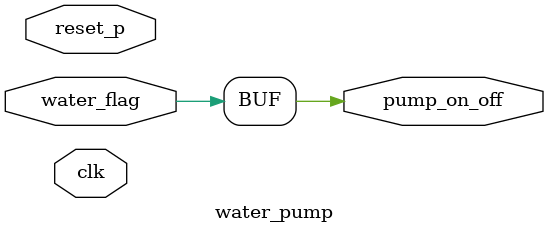
<source format=v>
`timescale 1ns / 1ps

// Top moudle of Smarr Farm
module top_module_of_smart_farm (
    input clk, reset_p,
    input [3:0] btn,
    input [15:0] sw,
    inout dht11_data,
    input vauxp6, vauxn6,
    input vauxp15, vauxn15,
    input hc_sr04_echo,
    input rx,
    output tx,
    output hc_sr04_trig,
    output left_window_pwm, right_window_pwm,
    output fan_pwm,
    output fan_dir_pwm,
    output led_pwm,
    output warning_water_level_led,
    output pump_on_off,
    output [3:0] half_step_mode_sequence,
    output scl, sda,
    output [3:0] com,
    output [7:0] seg_7);
    
    // Button Control module
    wire btn_led_light, btn_window_mode, btn_electric_fan_power;
    button_cntr btn0(.clk(clk), .reset_p(reset_p), .btn(btn[0]), .btn_pedge(btn_led_light));
    button_cntr btn1(.clk(clk), .reset_p(reset_p), .btn(btn[1]), .btn_pedge(btn_window_mode));
    button_cntr btn2(.clk(clk), .reset_p(reset_p), .btn(btn[2]), .btn_pedge(btn_electric_fan_power));
    
    // Declare Switch
    wire sw_led_up, sw_led_down, sw_window_open, sw_window_close, sw_cntr_electirc_fan_dir, sw_electric_fan_mode;
    wire sw_led_mode, sw_led_height_mode;
    assign sw_led_height_mode = sw[0];
    assign sw_led_up = sw[1];
    assign sw_led_down = sw[2];
    assign sw_window_open = sw[6];
    assign sw_window_close = sw[7];
    assign sw_led_mode = sw[10];
    assign sw_cntr_electirc_fan_dir = sw[11];
    assign sw_electric_fan_mode = sw[15];
    
    // Declare sensor variables.
    wire [15:0] dht11_value;
    wire [7:0] sunlight_value;
    wire water_flag;
    wire led_up_down;
    wire [21:0] distance_cm;
    
    // Instance of sensor module
    dht11_control dht11_control_instance (.clk(clk), .reset_p(reset_p), .dht11_data(dht11_data), .dht11_value(dht11_value));
    cds_and_water_level_control cds_and_water_level_control_instance (.clk(clk), .reset_p(reset_p), .vauxp6(vauxp6), .vauxn6(vauxn6), .vauxp15(vauxp15), .vauxn15(vauxn15), .water_flag(water_flag), .sunlight_value(sunlight_value) );
    HC_SR04_cntr HC_SR04_cntr_0(.clk(clk), .reset_p(reset_p), .hc_sr04_echo(hc_sr04_echo), .hc_sr04_trig(hc_sr04_trig), .distance(distance_cm),  .led_debug(led_debug)); 
    
    // Instance of Control module
    window_control window_control_instance (.clk(clk), .reset_p(reset_p), .dht11_value(dht11_value), .sw_window_open(sw_window_open), .sw_window_close(sw_window_close), .btn_window_control(btn_window_mode), .left_window_pwm(left_window_pwm), .right_window_pwm(right_window_pwm));
    electric_fan_control electric_fan_control_instance (.clk(clk), .reset_p(reset_p), .sw_cntr_electirc_fan_dir(sw_cntr_electirc_fan_dir), .sw_electric_fan_mode(sw_electric_fan_mode), .dht11_value(dht11_value), .btn_electric_fan_power(btn_electric_fan_power), .fan_pwm(fan_pwm), .fan_dir_pwm(fan_dir_pwm));
    led_control led_control_instance (.clk(clk), .reset_p(reset_p), .sw_led_mode(sw_led_mode), .btn_led_light(btn_led_light), .water_flag(water_flag), .sunlight_value(sunlight_value), .led_pwm(led_pwm), .warning_water_level_led(warning_water_level_led));
    water_pump water_pump_instance (.clk(clk), .reset_p(reset_p), .water_flag(water_flag), .pump_on_off(pump_on_off));  
    led_height_control led_height_control_instance ( .clk(clk), .reset_p(reset_p), .sw_led_height_mode(sw_led_height_mode), .distance_cm(distance_cm),
                        .sw_led_up(sw_led_up), .sw_led_down(sw_led_down), .half_step_mode_sequence(half_step_mode_sequence));
    
    // Instance of a module that displays temperature and humidity information      
    lcd_display_control lcd_display_control_instance (.clk(clk), .reset_p(reset_p), .dht11_value(dht11_value), .sunlight_value(sunlight_value), .water_flag(water_flag), .scl(scl), .sda(sda));
    uart_app_control uart_app_control_instance (.clk(clk), .reset_p(reset_p), .rx(rx), .dht11_value(dht11_value), .tx(tx));
    
    // Show temperature, humidity to FND
    show_the_fnd show_the_fnd_instance(.clk(clk), .reset_p(reset_p), .hex_value(dht11_value), .sunlight_value(sunlight_value), .com(com), .seg_7(seg_7), .distance_cm(distance_cm));
    
    
endmodule

///////////////////////////////////////////////////////////////////////////////
///////////////////////////////////////////////////////////////////////////////
////////////////////////        temp Module        ////////////////////////////
///////////////////////////////////////////////////////////////////////////////
///////////////////////////////////////////////////////////////////////////////

module show_the_fnd (
    input clk, reset_p,
    input [15:0] hex_value,
    input [7:0] sunlight_value,
    input [21:0] distance_cm,
    output [3:0] com,
    output [7:0] seg_7);
    
    // Convert from binary to BCD Code
    // ÀÌÁø¼ö·Î Ç¥ÇöµÈ µ¥ÀÌÅÍ¸¦ BCD ÄÚµå·Î º¯È¯ÇÑ´Ù.
    wire [11:0] temperature_bcd, humidity_bcd;
    bin_to_dec bcd_temp(.bin({4'b0, hex_value[15:8]}),  .bcd(temperature_bcd));
    bin_to_dec bcd_humi(.bin({4'b0, hex_value[7:0]}),  .bcd(humidity_bcd));
    
    // FND Control module
    fnd_cntr fnd_cntr_instance (.clk(clk), .reset_p(reset_p), .value({temperature_bcd[7:0], humidity_bcd[7:0]}), .com(com), .seg_7(seg_7));
    
endmodule


//////////////////////////////////////////////////////////////////////////////////
//////////////////////////////////////////////////////////////////////////////////
////////////////////////        Senseor Module        ////////////////////////////
//////////////////////////////////////////////////////////////////////////////////
//////////////////////////////////////////////////////////////////////////////////


// hc_sr04_control 
module hc_sr04_control (
    input clk, reset_p, 
    input hc_sr04_echo,
    output hc_sr04_trig,
    output [7:0] distance_between_plant_and_led );
    
    // Instance of HC_SR04 Control module
    HC_SR04_cntr HC_SR04_cntr_1 (.clk(clk), .reset_p(reset_p), .hc_sr04_echo(hc_sr04_echo), .hc_sr04_trig(hc_sr04_trig), .distance(distance_between_plant_and_led)); 
endmodule




// DHT11 Control module
module dht11_control(
    input clk, reset_p, 
    inout dht11_data,
    output [15:0] dht11_value);

    wire [7:0] humidity, temperature; 
    dht11_cntrl dth11( .clk(clk), .reset_p(reset_p), .dht11_data(dht11_data), .humidity(humidity), .temperature(temperature), .led_debug(led_debug));

    assign dht11_value = {temperature[7:0], humidity[7:0]};

endmodule



// cds_and_water_level_control module
module cds_and_water_level_control (
    input clk, reset_p,
    input vauxp6, vauxn6,
    input vauxp15, vauxn15,
    output reg water_flag,
    output reg [7:0] sunlight_value );
    
     wire [4:0] channel_out;
     wire [16:0] do_out;
     wire eoc_out;

     // ADC Module instance
       xadc_wiz_10 xadc_cds (
        .daddr_in({2'b0, channel_out}),
        .dclk_in(clk),
        .den_in(eoc_out),
        .reset_in(reset_p),
        .vauxp6(vauxp6),
        .vauxn6(vauxn6),
        .vauxp15(vauxp15),
        .vauxn15(vauxn15),
        .channel_out(channel_out),
        .do_out(do_out),
        .eoc_out(eoc_out)
    );
    
    // Get positive edge of eoc_out.
    wire eoc_out_pedge;
    edge_detector_p ed_eoc_out_cds(.clk(clk), .reset_p(reset_p), .cp(eoc_out), .p_edge(eoc_out_pedge));
    
    // Channel_out º¯¼ö °ª¿¡ µû¶ó º¯È¯µÈ ChannelÀÌ ¹«¾ùÀÎÁö¸¦ È®ÀÎ ÈÄ, ÇØ´ç °ªÀ» Ãâ·Â
    // do_out °ªÀÌ 100¹Ì¸¸ ÀÌ¸é ¹°ÀÌ ºÎÁ·ÇÑ »óÅÂ ----> 1
    // do_out °ªÀÌ 100ÀÌ»ó ÀÌ¸é ¹°ÀÌ ÃæºÐÇÑ »óÅÂ ----> 0  
    always @(posedge clk or posedge reset_p) begin
        if(reset_p) begin
            sunlight_value = 0;
            water_flag = 0;
        end
        else if(eoc_out_pedge) begin
            case(channel_out[3:0])
                6 : begin sunlight_value = do_out[15:8]; end
                15 : begin water_flag  = (do_out[15:9]<100) ? 1 : 0; end
            endcase
        end
    end
     
endmodule

//////////////////////////////////////////////////////////////////////////////////
//////////////////////////////////////////////////////////////////////////////////
////////////////////////        Control Module        ////////////////////////////
//////////////////////////////////////////////////////////////////////////////////
//////////////////////////////////////////////////////////////////////////////////



// Window control module
module window_control (
    input clk, reset_p,
    input [15:0] dht11_value,
    input sw_window_open,
    input sw_window_close,
    input btn_window_control,
    output left_window_pwm, right_window_pwm);
    
    // Declare temperature, humidity 
    wire [7:0] temperature, humidity;
    assign temperature = dht11_value [15:8];
    assign humidity = dht11_value [7:0];
    
    // Declare state machine.
    parameter S_MANUAL_MODE = 2'b01;
    parameter S_AUTO_MODE = 2'b10;
    
    // Declare state, next state variables
    reg [1:0] state, next_state;
    
    // ¾ðÁ¦ ´ÙÀ½ »óÅÂ ´Ü°è·Î ÀüÀÌµÇ´Â°¡?
    always @(posedge clk or posedge reset_p) begin
        if(reset_p) state = S_MANUAL_MODE;
        else if(btn_window_control) state = next_state;
    end
    
    // Declare duty of window
    // right_min_duty == Window Open, right_max_duty == Window Close
    // left_min_duty == Window Close, left_max_duty == Window Open
    reg [5:0] left_duty, right_duty;
    reg [5:0] right_min_duty, right_max_duty;
    reg [5:0] left_min_duty, left_max_duty;

    // 1msec Clock Pulse
    wire clk_usec, clk_msec;
    clock_div_100 usec_clk(.clk(clk), .reset_p(reset_p), .clk_div_100(clk_usec));
    clock_div_1000 msec_clk(.clk(clk), .reset_p(reset_p), 
        .clk_source(clk_usec), .clk_div_1000(clk_msec));
    
    // °¢ »óÅÂ ´Ü°èÀÇ µ¿ÀÛ ¹× ´ÙÀ½ »óÅÂ ÀüÀÌ Á¶°Ç Á¤ÀÇ
    always @(negedge clk or posedge reset_p) begin
        if(reset_p) begin
           next_state =  S_MANUAL_MODE;
           right_duty = right_max_duty;
           left_duty = left_min_duty;
              
           right_max_duty = 6'd18;
           right_min_duty = 6'd5;
           
           left_max_duty = 6'd25;
           left_min_duty = 6'd11;
        end
        else if(clk_msec) begin
            case (state) 
                // 1´Ü°è) ¼öµ¿ Á¶ÀÛ ´Ü°è
                S_MANUAL_MODE: begin
                    if(sw_window_open) begin
                        if(right_duty > right_min_duty) right_duty = right_duty - 1;
                        if(left_duty < left_max_duty) left_duty = left_duty + 1;
                    end
                    else if(sw_window_close) begin
                        if(right_duty < right_max_duty) right_duty = right_duty + 1;
                        if(left_duty > left_min_duty) left_duty = left_duty - 1;
                    end 
                    
                    next_state = S_AUTO_MODE;        
                end
                
                // 2´Ü°è) ÀÚµ¿ Á¶ÀÛ ´Ü°è
                 S_AUTO_MODE : begin
                    if(temperature < 8'd27) begin
                        right_duty = right_max_duty;
                        left_duty = left_min_duty;
                    end
                    else begin 
                        right_duty = right_min_duty;
                        left_duty = left_max_duty;
                    end
                    
                    next_state = S_MANUAL_MODE;
                 end   
            endcase 
        end
    end
    
    // Instance of pwm_control module
    pwm_Nstep_freq #(
    .duty_step(200),
    .pwm_freq(50)) 
    pwm_right_servo_motor (.clk(clk), .reset_p(reset_p), .duty(right_duty), .pwm(right_window_pwm));
    
    pwm_Nstep_freq #(
    .duty_step(200),
    .pwm_freq(50)) 
    pwm_left_servo_motor (.clk(clk), .reset_p(reset_p), .duty(left_duty), .pwm(left_window_pwm));
    
endmodule



// Electric Fan Control
module electric_fan_control (
    input clk, reset_p,
    input sw_cntr_electirc_fan_dir,
    input sw_electric_fan_mode,
    input btn_electric_fan_power,
    input [15:0] dht11_value,
    output fan_pwm, fan_dir_pwm );
    
    // Declare state machine
    parameter S_MANUAL_MODE = 2'b01;
    parameter S_AUTO_MODE = 2'b10;
    
    // Declare state, next state
    reg [1:0] power_state;
    
    // ¾ðÁ¦ ´ÙÀ½ »óÅÂ·Î ³Ñ¾î°¡´Â°¡?
    always @(posedge clk or posedge reset_p) begin
        if(reset_p) power_state = S_MANUAL_MODE; 
        else if(sw_electric_fan_mode) power_state = S_AUTO_MODE;
        else if(!sw_electric_fan_mode) power_state = S_MANUAL_MODE;
    end
    
    // Register duty of electirc fan.
    reg [1:0] fan_manual_duty, fan_auto_duty;   
    
    
    // Declare temperature, humidity 
    wire [7:0] temperature, humidity;
    assign temperature = dht11_value [15:8];
    assign humidity = dht11_value [7:0];
    
    // °¢ »óÅÂÀÇ µ¿ÀÛ ¹× ´ÙÀ½ »óÅÂ ´Ü°è·Î ÀüÀÌµÇ±â À§ÇÑ Á¶°Ç Á¤ÀÇ
    always @(negedge clk or posedge reset_p) begin
        if(reset_p) begin
            fan_manual_duty = 0;
            fan_auto_duty = 0;
        end
        else begin
            case(power_state)
                S_MANUAL_MODE : begin
                    if(btn_electric_fan_power) begin
                        if(fan_manual_duty >= 3) fan_manual_duty = 0;
                        else fan_manual_duty = fan_manual_duty + 1;
                    end
                end
                
                S_AUTO_MODE : begin
                    if(temperature < 27) fan_auto_duty = 0;
                    else if(27 <= temperature && temperature < 29) fan_auto_duty = 1;
                    else if(29 <= temperature && temperature <= 31) fan_auto_duty = 2;
                    else if(temperature > 31) fan_auto_duty = 3;
                end
           endcase        
        end
    end
    
    // Select duty of electric fan
    wire [1:0] duty;
    assign duty = (power_state == S_MANUAL_MODE) ? fan_manual_duty : fan_auto_duty;
    
    // Get pwm of electric fan
    pwm_cntr #(.pwm_freq(100), .duty_step(4)) control_power_pwm (.clk(clk), .reset_p(reset_p), .duty(duty), .pwm(fan_pwm));
  
    
    
    
    // Declare State Machine
    parameter S_SERVO_STOP = 2'b01;
    parameter S_SERVO_START = 2'b10;
    
    // Declcare state variable
    reg [1:0] dir_state;
    
    // clock divider 1sec
    wire clk_1usec, clk_1msec, clk_1sec;
    clock_div_100   usec_clk( .clk(clk), .reset_p(reset_p), .clk_div_100(clk_1usec)); 
    clock_div_1000 msec_clk(.clk(clk), .reset_p(reset_p), .clk_source(clk_1usec), .clk_div_1000_nedge(clk_1msec));
    clock_div_1000 sec_clk(.clk(clk), .reset_p(reset_p), .clk_source(clk_1msec), .clk_div_1000_nedge(clk_1sec));
    
    // Declare necessary variables
    reg [4:0] dir_duty;
    reg [4:0] dir_min_duty;
    reg [4:0] dir_max_duty;
    reg direction_of_fan; // direction_of_fan == 0 ÀÌ¸é °¨¼Ò, direction_of_fan == 1 ÀÌ¸é Áõ°¡
    
    // ¾ðÁ¦ ´ÙÀ½ state·Î ÀüÀÌµÇ´Â°¡>
    always @(posedge clk or posedge reset_p) begin
        if(reset_p) dir_state = S_SERVO_STOP;
        else if(sw_cntr_electirc_fan_dir) dir_state = S_SERVO_START;
        else if(!sw_cntr_electirc_fan_dir) dir_state = S_SERVO_STOP;
    end
  
    always @(negedge clk or posedge reset_p) begin
        if(reset_p) begin
            dir_min_duty = 5'd8;
            dir_max_duty = 5'd22;
            dir_duty = 5'd15;
            direction_of_fan = 0;
        end
        else if(clk_1sec) begin
            case(dir_state)
                S_SERVO_STOP : begin
                    dir_duty = dir_duty;
                end
            
                S_SERVO_START : begin
                    if(direction_of_fan) begin
                        if(dir_duty == dir_max_duty) begin
                            dir_duty = dir_duty - 1;
                            direction_of_fan = ~ direction_of_fan;
                        end
                        else dir_duty = dir_duty + 1;
                    end
                    else begin
                        if(dir_duty == dir_min_duty) begin
                            dir_duty = dir_duty + 1;
                            direction_of_fan = ~ direction_of_fan;
                        end
                        else dir_duty = dir_duty - 1;
                    end
                end
            endcase
        end
    end
  
    // Get pwm of servo-motor
    pwm_cntr #(.pwm_freq(50), .duty_step(200)) control_servo_pwm (.clk(clk), .reset_p(reset_p), .duty(dir_duty), .pwm(fan_dir_pwm));

endmodule




// LED Control module
module led_control (
    input clk, reset_p,
    input sw_led_mode,
    input btn_led_light,
    input water_flag,
    input [7:0] sunlight_value,
    output led_pwm, warning_water_level_led );
    
    // Warning Water Level LED
    assign warning_water_level_led = water_flag;
    
    // Main LED Control
    // Declare state machine
    parameter S_MANUAL_MODE = 2'b01;
    parameter S_AUTO_MODE = 2'B10;
    
    // Declare state variable
    reg [1:0] state;
    
    // Declare duty variabels
    wire [2:0] led_duty;
    reg [2:0] manual_duty;
    reg [7:0] auto_duty;
    wire manual_pwm, auto_pwm;
    
    // ¾ðÁ¦ ´ÙÀ½ »óÅÂ·Î ÀüÀÌµÇ´Â°¡?
    always @(posedge clk or posedge reset_p) begin
        if(reset_p) state = S_MANUAL_MODE;
        else if(sw_led_mode) state = S_AUTO_MODE;
        else if(!sw_led_mode) state = S_MANUAL_MODE;
    end
    
    // °¢ »óÅÂ¿¡ ´ëÇÑ Çàµ¿ ¹× ´ÙÀ½ »óÅÂ·Î ÀüÀÌµÇ±â À§ÇÑ Á¶°Ç Á¤ÀÇ
    always @(negedge clk or posedge reset_p) begin
        if(reset_p) begin
            manual_duty = 0;
            auto_duty = 0;
        end
        else begin
            case(state) 
                S_MANUAL_MODE : begin
                    if(btn_led_light) begin
                        if(manual_duty >= 5) manual_duty = 0;
                        else manual_duty = manual_duty + 1;
                    end
                end
                
                S_AUTO_MODE : begin
                   auto_duty = 256 - sunlight_value;
                   
                   if(auto_duty <= 50) auto_duty = 0;
                end
            endcase
        end
    end
    
    // Instance of pwm control
    pwm_cntr #(.pwm_freq(10_000), .duty_step(6)) control_manual_led_pwm (.clk(clk), .reset_p(reset_p), .duty(manual_duty), .pwm(manual_pwm));
    pwm_cntr #(.pwm_freq(10_000), .duty_step(256)) control_auto_led_pwm (.clk(clk), .reset_p(reset_p), .duty(auto_duty), .pwm(auto_pwm));
    
    // Select led pwm
    assign led_pwm = (state == S_MANUAL_MODE) ? manual_pwm : auto_pwm;
    
endmodule

// LED Height Control module
module led_height_control(
    input clk, reset_p,
    input sw_led_height_mode,
    input [21:0] distance_cm,
    input sw_led_up, sw_led_down,
    output [3:0] half_step_mode_sequence);
    
    // Declare state machine 
    parameter S_MANUAL_MODE = 2'b01;
    parameter S_AUTO_MODE = 2'b10;
    
    // Declare state variable
    reg [1:0] state;
    
    // ¾ðÁ¦ ´ÙÀ½ state·Î ÀüÀÌµÇ´Â°¡?
    always @(posedge clk or posedge reset_p) begin
        if(reset_p) state = S_MANUAL_MODE;
        else if(sw_led_height_mode) state = S_AUTO_MODE;
        else if(!sw_led_height_mode) state = S_MANUAL_MODE;
    end
    
    // Declare necessary variables
    reg up_down, motor_enable;
    
    // °¢ »óÅÂ ´Ü°è¿¡¼­ÀÇ µ¿ÀÛ ¹× ´ÙÀ½ »óÅÂ ÀüÀÌ Á¶°Ç
    always @(negedge clk or posedge reset_p) begin
        if(reset_p) begin
            up_down = 1;
            motor_enable = 0;
        end
        else begin
            case(state) 
                S_MANUAL_MODE :begin
                    if(sw_led_up) begin
                        up_down = 1;
                        if(sw_led_down) motor_enable = 0;
                        else motor_enable = 1;
                    end
                    else if(sw_led_down) begin
                        up_down = 0;
                        if(sw_led_up) motor_enable = 0;
                        else motor_enable = 1;
                    end
                    else motor_enable = 0;
                end
                
                S_AUTO_MODE : begin
                    if(distance_cm < 22'd7) begin
                        up_down = 1;
                        motor_enable = 1; 
                    end
                    else if(distance_cm > 22'd15) begin
                        up_down = 0;
                        motor_enable = 1;
                    end
                    else motor_enable = 0;                    
                end
            endcase
        end
    end
    
    // Instance of Step motor control module
    step_motor_control step_motor_control_instance (.clk(clk), .reset_p(reset_p), .up_down(up_down), .motor_enable(motor_enable), .half_step_mode_sequence(half_step_mode_sequence));
endmodule


// Step Motor Control Module
module step_motor_control (
    input clk, reset_p,
    input up_down,
    input motor_enable,
    output reg [3:0] half_step_mode_sequence );
    
    // 1msec clk
    wire clk_1usec, clk_1mssec;
    clock_div_100 usec_clk( .clk(clk), .reset_p(reset_p), .clk_div_100(clk_1usec));
    clock_div_1000 msec_clk(.clk(clk), .reset_p(reset_p), .clk_source(clk_1usec), .clk_div_1000_nedge(clk_1mssec));
    
    // msecond counter
    reg [1:0] counter;
    reg counter_enable;
    
    always @(negedge clk or posedge reset_p) begin
        if(reset_p) counter = 0;
        else if(clk_1mssec && counter_enable) counter = counter + 1;
        else if(!counter_enable) counter = 0;       
    end
    
    // Control step motor
    // Half step ½ÃÄö½º
    wire [3:0] half_step_sequence [0:7];
    assign half_step_sequence[0] = 4'b1001; // 0x9
    assign half_step_sequence[1] = 4'b0001; // 0x1
    assign half_step_sequence[2] = 4'b0011; // 0x3
    assign half_step_sequence[3] = 4'b0010; // 0x2
    assign half_step_sequence[4] = 4'b0110; // 0x6
    assign half_step_sequence[5] = 4'b0100; // 0x4
    assign half_step_sequence[6] = 4'b1100; // 0xC
    assign half_step_sequence[7] = 4'b1000; // 0x8
    
    // Declare State Machine
    parameter S_SEND_SEQUENCE = 2'b01;
    parameter S_WAIT_1MS = 2'b10;
    
    reg [1:0] state, next_state;
    
    // ¾ðÁ¦ ´ÙÀ½ state·Î ÀüÀÌµÇ´Â°¡?
    always @(negedge clk or posedge reset_p) begin
        if(reset_p) state = S_SEND_SEQUENCE;
        else state = next_state;
    end
    
    // Delcare Data count
    reg [2:0] reg_cnt_data;
    
    always @(posedge clk or posedge reset_p) begin
        if(reset_p) begin
            counter_enable = 0; 
            reg_cnt_data = 0;
            next_state = S_SEND_SEQUENCE;
        end
        else begin
            if(motor_enable) begin
                case (state)
                    S_SEND_SEQUENCE : begin
                        case(up_down) 
                            1 : begin
                                half_step_mode_sequence = half_step_sequence[reg_cnt_data];
                                reg_cnt_data = reg_cnt_data + 1;
                            end
                    
                            0 : begin
                                half_step_mode_sequence = half_step_sequence[reg_cnt_data];
                                reg_cnt_data = reg_cnt_data - 1;
                            end 
                        endcase
                        
                        next_state = S_WAIT_1MS;
                    end
                    
                    S_WAIT_1MS : begin
                        if(counter < 2'd1) 
                            counter_enable = 1;
                        else begin
                            counter_enable = 0;
                            next_state = S_SEND_SEQUENCE;
                        end
                    end   
                endcase
            end
        end
    end
    
endmodule


// Water Pump Control module
module water_pump (
    input clk, reset_p,
    input water_flag,
    output pump_on_off );
    
    assign pump_on_off = water_flag;
    
endmodule
</source>
